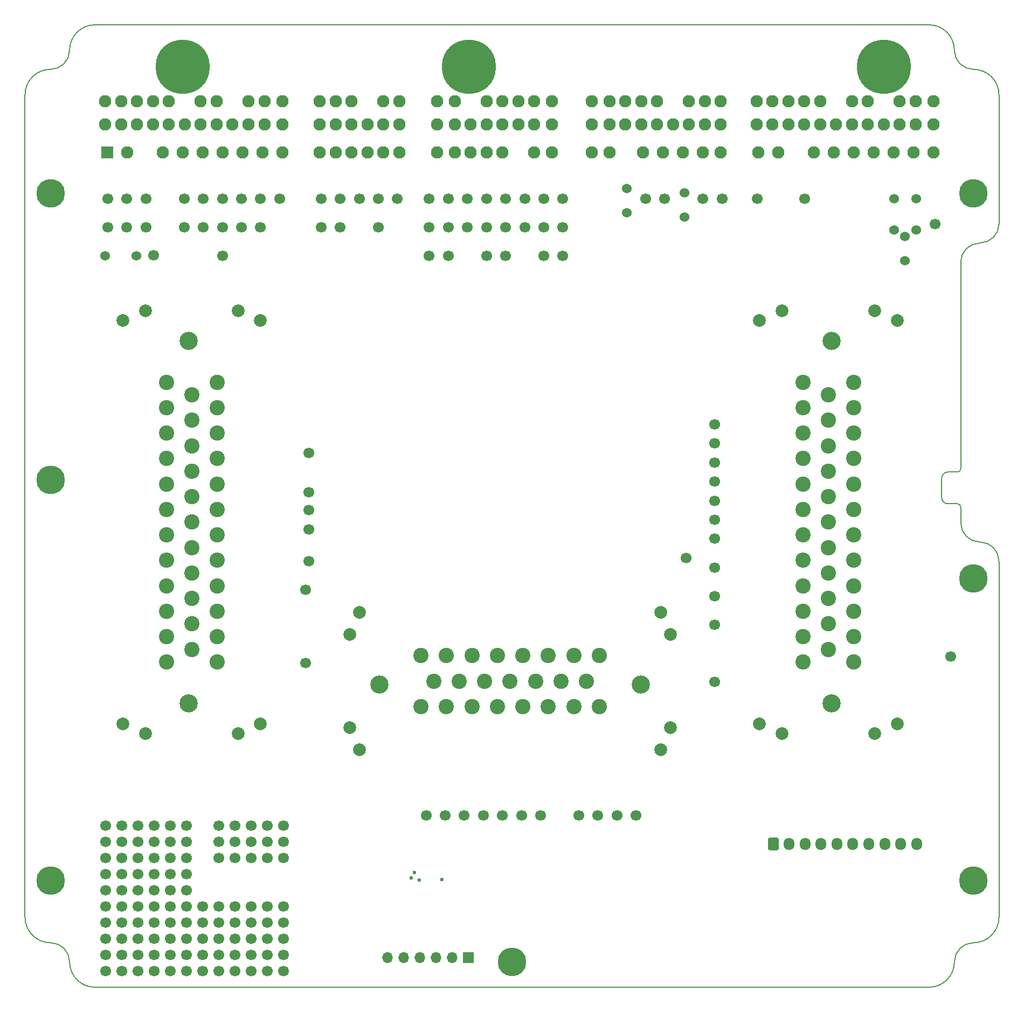
<source format=gbs>
%TF.GenerationSoftware,KiCad,Pcbnew,(5.99.0-12439-g94954386e6)*%
%TF.CreationDate,2021-10-11T21:16:12+03:00*%
%TF.ProjectId,proteus125honda,70726f74-6575-4733-9132-35686f6e6461,rev?*%
%TF.SameCoordinates,Original*%
%TF.FileFunction,Soldermask,Bot*%
%TF.FilePolarity,Negative*%
%FSLAX46Y46*%
G04 Gerber Fmt 4.6, Leading zero omitted, Abs format (unit mm)*
G04 Created by KiCad (PCBNEW (5.99.0-12439-g94954386e6)) date 2021-10-11 21:16:12*
%MOMM*%
%LPD*%
G01*
G04 APERTURE LIST*
G04 Aperture macros list*
%AMRoundRect*
0 Rectangle with rounded corners*
0 $1 Rounding radius*
0 $2 $3 $4 $5 $6 $7 $8 $9 X,Y pos of 4 corners*
0 Add a 4 corners polygon primitive as box body*
4,1,4,$2,$3,$4,$5,$6,$7,$8,$9,$2,$3,0*
0 Add four circle primitives for the rounded corners*
1,1,$1+$1,$2,$3*
1,1,$1+$1,$4,$5*
1,1,$1+$1,$6,$7*
1,1,$1+$1,$8,$9*
0 Add four rect primitives between the rounded corners*
20,1,$1+$1,$2,$3,$4,$5,0*
20,1,$1+$1,$4,$5,$6,$7,0*
20,1,$1+$1,$6,$7,$8,$9,0*
20,1,$1+$1,$8,$9,$2,$3,0*%
G04 Aperture macros list end*
%TA.AperFunction,Profile*%
%ADD10C,0.200000*%
%TD*%
%ADD11C,1.700000*%
%ADD12C,1.524000*%
%ADD13C,0.599999*%
%ADD14C,4.500000*%
%ADD15RoundRect,0.250000X-0.600000X-0.725000X0.600000X-0.725000X0.600000X0.725000X-0.600000X0.725000X0*%
%ADD16O,1.700000X1.950000*%
%ADD17R,1.700000X1.700000*%
%ADD18O,1.700000X1.700000*%
%ADD19C,2.000000*%
%ADD20C,2.850000*%
%ADD21C,2.400000*%
%ADD22C,1.950000*%
%ADD23R,1.950000X1.950000*%
%ADD24C,8.500000*%
G04 APERTURE END LIST*
D10*
X99000001Y-73500001D02*
G75*
G03*
X102000000Y-70500000I-1J3000000D01*
G01*
X248000000Y-97800000D02*
X248000000Y-77500000D01*
X101999996Y-213800002D02*
G75*
G03*
X105999998Y-217800000I4000000J2D01*
G01*
X106000000Y-66500000D02*
X237000000Y-66500000D01*
X244000002Y-210799998D02*
G75*
G03*
X248000000Y-206800000I0J3999998D01*
G01*
X241500000Y-141800000D02*
X240000000Y-141800000D01*
X106000000Y-217800000D02*
X237000000Y-217800000D01*
X239000003Y-140800003D02*
G75*
G03*
X240000000Y-141800000I999997J0D01*
G01*
X98999996Y-210799998D02*
G75*
G02*
X94999998Y-206800000I0J3999998D01*
G01*
X239000000Y-140800000D02*
X239000000Y-137800000D01*
X242000000Y-103800000D02*
G75*
G02*
X245000000Y-100800000I3000000J0D01*
G01*
X244000000Y-210800000D02*
G75*
G03*
X241000000Y-213800000I0J-3000000D01*
G01*
X101999997Y-70499999D02*
G75*
G02*
X106000000Y-66500000I4000001J-2D01*
G01*
X94999998Y-206800000D02*
X95000000Y-77500000D01*
X241000003Y-70499999D02*
G75*
G03*
X237000000Y-66500000I-4000001J-2D01*
G01*
X245000000Y-147800000D02*
G75*
G02*
X248000000Y-150800000I0J-3000000D01*
G01*
X240000000Y-136800000D02*
X241500000Y-136800000D01*
X98999998Y-210800000D02*
G75*
G02*
X101999998Y-213800000I0J-3000000D01*
G01*
X243999999Y-73500001D02*
G75*
G02*
X241000000Y-70500000I1J3000000D01*
G01*
X241500001Y-141799999D02*
G75*
G02*
X242000000Y-142300000I-1J-500000D01*
G01*
X241500001Y-136799999D02*
G75*
G03*
X242000000Y-136300000I0J499999D01*
G01*
X238999997Y-137799997D02*
G75*
G02*
X240000000Y-136800000I1000000J-3D01*
G01*
X242000000Y-136300000D02*
X242000000Y-103800000D01*
X242000000Y-144800000D02*
X242000000Y-142300000D01*
X245000000Y-100800000D02*
G75*
G03*
X248000000Y-97800000I0J3000000D01*
G01*
X241000002Y-213800002D02*
G75*
G02*
X237000000Y-217800000I-4000000J2D01*
G01*
X98999999Y-73500001D02*
G75*
G03*
X95000000Y-77500000I0J-3999999D01*
G01*
X242000000Y-144800000D02*
G75*
G03*
X245000000Y-147800000I3000000J0D01*
G01*
X248000000Y-206800000D02*
X248000000Y-150800000D01*
X244000001Y-73500001D02*
G75*
G02*
X248000000Y-77500000I0J-3999999D01*
G01*
D11*
%TO.C,P69*%
X203349999Y-147300000D03*
%TD*%
%TO.C,P12*%
X167500000Y-93800000D03*
%TD*%
%TO.C,P51*%
X126000000Y-102800000D03*
%TD*%
%TO.C,P86*%
X139549999Y-133800000D03*
%TD*%
%TO.C,P32*%
X147500000Y-93800000D03*
%TD*%
%TO.C,G7*%
X115320000Y-202560000D03*
X115320000Y-200020000D03*
X115320000Y-197480000D03*
X115320000Y-194940000D03*
X115320000Y-192400000D03*
X117860000Y-202560000D03*
X117860000Y-200020000D03*
X117860000Y-197480000D03*
X117860000Y-194940000D03*
X117860000Y-192400000D03*
X120400000Y-202560000D03*
X120400000Y-200020000D03*
X120400000Y-197480000D03*
X120400000Y-194940000D03*
X120400000Y-192400000D03*
%TD*%
%TO.C,P79*%
X176000000Y-190800000D03*
%TD*%
%TO.C,P40*%
X135000000Y-93800000D03*
%TD*%
%TO.C,P80*%
X188000000Y-190800000D03*
%TD*%
%TO.C,P50*%
X132000000Y-98300000D03*
%TD*%
%TO.C,P24*%
X179500000Y-102800000D03*
%TD*%
D12*
%TO.C,F2*%
X231500000Y-93850000D03*
X231500000Y-98750000D03*
%TD*%
D13*
%TO.C,M2*%
X155656662Y-200637498D03*
X156181662Y-199762496D03*
X156931660Y-200937500D03*
X160481661Y-200862497D03*
%TD*%
D11*
%TO.C,P71*%
X203349999Y-156300000D03*
%TD*%
%TO.C,P60*%
X203349999Y-160800000D03*
%TD*%
%TO.C,G2*%
X107700000Y-202560000D03*
X107700000Y-200020000D03*
X107700000Y-197480000D03*
X107700000Y-194940000D03*
X107700000Y-192400000D03*
X110240000Y-202560000D03*
X110240000Y-200020000D03*
X110240000Y-197480000D03*
X110240000Y-194940000D03*
X110240000Y-192400000D03*
X112780000Y-202560000D03*
X112780000Y-200020000D03*
X112780000Y-197480000D03*
X112780000Y-194940000D03*
X112780000Y-192400000D03*
%TD*%
%TO.C,P83*%
X173000000Y-190800000D03*
%TD*%
%TO.C,G5*%
X135640000Y-197480000D03*
X133100000Y-197480000D03*
X130560000Y-197480000D03*
X128020000Y-197480000D03*
X125480000Y-197480000D03*
X135640000Y-194940000D03*
X133100000Y-194940000D03*
X130560000Y-194940000D03*
X128020000Y-194940000D03*
X125480000Y-194940000D03*
X135640000Y-192400000D03*
X133100000Y-192400000D03*
X130560000Y-192400000D03*
X128020000Y-192400000D03*
X125480000Y-192400000D03*
%TD*%
%TO.C,P16*%
X179500000Y-98300000D03*
%TD*%
%TO.C,P11*%
X170500000Y-93800000D03*
%TD*%
%TO.C,P65*%
X203349999Y-135300000D03*
%TD*%
%TO.C,P19*%
X170500000Y-98300000D03*
%TD*%
%TO.C,P78*%
X185000000Y-190800000D03*
%TD*%
D14*
%TO.C,J9*%
X99050000Y-93000000D03*
%TD*%
D11*
%TO.C,P66*%
X203349999Y-138300000D03*
%TD*%
%TO.C,P21*%
X164500000Y-98300000D03*
%TD*%
%TO.C,P1*%
X238000000Y-97800000D03*
%TD*%
%TO.C,P82*%
X182000000Y-190800000D03*
%TD*%
%TO.C,P38*%
X141500000Y-98300000D03*
%TD*%
%TO.C,P94*%
X139049999Y-155300000D03*
%TD*%
D12*
%TO.C,F1*%
X235000000Y-93850000D03*
X235000000Y-98750000D03*
%TD*%
D11*
%TO.C,P73*%
X158000000Y-190800000D03*
%TD*%
D12*
%TO.C,R2*%
X198600000Y-92895000D03*
X198600000Y-96705000D03*
%TD*%
D11*
%TO.C,P81*%
X191000000Y-190800000D03*
%TD*%
%TO.C,P29*%
X161500000Y-102800000D03*
%TD*%
D15*
%TO.C,J4*%
X212550000Y-195250000D03*
D16*
X215050000Y-195250000D03*
X217550000Y-195250000D03*
X220050000Y-195250000D03*
X222550000Y-195250000D03*
X225050000Y-195250000D03*
X227550000Y-195250000D03*
X230050000Y-195250000D03*
X232550000Y-195250000D03*
X235050000Y-195250000D03*
%TD*%
D14*
%TO.C,J13*%
X99050000Y-201000000D03*
%TD*%
D11*
%TO.C,P9*%
X179500000Y-93800000D03*
%TD*%
%TO.C,P53*%
X120000000Y-98300000D03*
%TD*%
%TO.C,P27*%
X170500000Y-102800000D03*
%TD*%
%TO.C,P37*%
X144500000Y-98300000D03*
%TD*%
%TO.C,P43*%
X129000000Y-98300000D03*
%TD*%
D14*
%TO.C,J10*%
X171500000Y-213850000D03*
%TD*%
D11*
%TO.C,P44*%
X126000000Y-93800000D03*
%TD*%
D14*
%TO.C,J8*%
X243950000Y-153500000D03*
%TD*%
D11*
%TO.C,P3*%
X210000000Y-93800000D03*
%TD*%
D17*
%TO.C,J3*%
X164660000Y-213100000D03*
D18*
X162120000Y-213100000D03*
X159580000Y-213100000D03*
X157040000Y-213100000D03*
X154500000Y-213100000D03*
X151960000Y-213100000D03*
%TD*%
D11*
%TO.C,P92*%
X111000000Y-93800000D03*
%TD*%
%TO.C,P89*%
X192500000Y-93800000D03*
%TD*%
%TO.C,P8*%
X195500000Y-93800000D03*
%TD*%
D12*
%TO.C,R4*%
X233200000Y-99795000D03*
X233200000Y-103605000D03*
%TD*%
D11*
%TO.C,P74*%
X167000000Y-190800000D03*
%TD*%
%TO.C,P42*%
X129000000Y-93800000D03*
%TD*%
%TO.C,P6*%
X204500000Y-93800000D03*
%TD*%
%TO.C,P31*%
X150500000Y-93800000D03*
%TD*%
%TO.C,P67*%
X203349999Y-141300000D03*
%TD*%
%TO.C,P57*%
X203300000Y-129300000D03*
%TD*%
%TO.C,P35*%
X153500000Y-93800000D03*
%TD*%
%TO.C,P13*%
X164500000Y-93800000D03*
%TD*%
%TO.C,P46*%
X120000000Y-93800000D03*
%TD*%
%TO.C,P10*%
X176500000Y-93800000D03*
%TD*%
%TO.C,P72*%
X203349999Y-169800000D03*
%TD*%
%TO.C,P15*%
X158500000Y-93800000D03*
%TD*%
%TO.C,P61*%
X203349999Y-151800000D03*
%TD*%
%TO.C,P95*%
X139549999Y-150800000D03*
%TD*%
%TO.C,P26*%
X173500000Y-98300000D03*
%TD*%
%TO.C,P36*%
X150500000Y-98300000D03*
%TD*%
%TO.C,G1*%
X122940001Y-215260000D03*
X122940001Y-212720000D03*
X122940001Y-210180000D03*
X122940001Y-207640000D03*
X122940001Y-205100000D03*
X125480001Y-215260000D03*
X125480001Y-212720000D03*
X125480001Y-210180000D03*
X125480001Y-207640000D03*
X125480001Y-205100000D03*
X128020001Y-215260000D03*
X128020001Y-212720000D03*
X128020001Y-210180000D03*
X128020001Y-207640000D03*
X128020001Y-205100000D03*
%TD*%
%TO.C,P49*%
X108000000Y-93800000D03*
%TD*%
%TO.C,P96*%
X139049999Y-166800000D03*
%TD*%
%TO.C,G8*%
X107700000Y-215260000D03*
X107700000Y-212720000D03*
X107700000Y-210180000D03*
X107700000Y-207640000D03*
X107700000Y-205100000D03*
X110240000Y-215260000D03*
X110240000Y-212720000D03*
X110240000Y-210180000D03*
X110240000Y-207640000D03*
X110240000Y-205100000D03*
X112780000Y-215260000D03*
X112780000Y-212720000D03*
X112780000Y-210180000D03*
X112780000Y-207640000D03*
X112780000Y-205100000D03*
%TD*%
%TO.C,P18*%
X173500000Y-93800000D03*
%TD*%
%TO.C,P30*%
X158500000Y-102800000D03*
%TD*%
%TO.C,P88*%
X139549999Y-139950000D03*
%TD*%
%TO.C,G4*%
X115320000Y-215259999D03*
X115320000Y-212719999D03*
X115320000Y-210179999D03*
X115320000Y-207639999D03*
X115320000Y-205099999D03*
X117860000Y-215259999D03*
X117860000Y-212719999D03*
X117860000Y-210179999D03*
X117860000Y-207639999D03*
X117860000Y-205099999D03*
X120400000Y-215259999D03*
X120400000Y-212719999D03*
X120400000Y-210179999D03*
X120400000Y-207639999D03*
X120400000Y-205099999D03*
%TD*%
%TO.C,P17*%
X176500000Y-98300000D03*
%TD*%
%TO.C,P75*%
X170000000Y-190800000D03*
%TD*%
%TO.C,P45*%
X123000000Y-93800000D03*
%TD*%
%TO.C,P14*%
X161500000Y-93800000D03*
%TD*%
D14*
%TO.C,J11*%
X243950000Y-93000000D03*
%TD*%
D12*
%TO.C,R3*%
X189500000Y-92195000D03*
X189500000Y-96005000D03*
%TD*%
D11*
%TO.C,P76*%
X161000000Y-190800000D03*
%TD*%
%TO.C,P90*%
X108000000Y-98300000D03*
%TD*%
%TO.C,P91*%
X126000000Y-98300000D03*
%TD*%
%TO.C,P58*%
X240400000Y-165800000D03*
%TD*%
%TO.C,P20*%
X167500000Y-98300000D03*
%TD*%
D14*
%TO.C,J7*%
X99050000Y-138000000D03*
%TD*%
D19*
%TO.C,BRD1*%
X128500000Y-177875000D03*
X210400000Y-112975000D03*
D20*
X150700000Y-170175000D03*
D19*
X232000000Y-176375000D03*
X194900000Y-158875000D03*
D20*
X120700000Y-173175000D03*
X221700000Y-116175000D03*
D19*
X228500000Y-111475000D03*
X146000000Y-176975000D03*
X194900000Y-180475000D03*
X232000000Y-112975000D03*
X213900000Y-177875000D03*
X110400000Y-112975000D03*
X147500000Y-158875000D03*
X146000000Y-162375000D03*
D20*
X120700000Y-116175000D03*
D19*
X132000000Y-176375000D03*
D20*
X221700000Y-173175000D03*
X191700000Y-170175000D03*
D19*
X196400000Y-176975000D03*
X128500000Y-111475000D03*
X213900000Y-111475000D03*
X113900000Y-177875000D03*
X110400000Y-176375000D03*
X113900000Y-111475000D03*
X210400000Y-176375000D03*
X228500000Y-177875000D03*
X147500000Y-180475000D03*
X132000000Y-112975000D03*
X196400000Y-162375000D03*
D21*
X225200000Y-166675000D03*
X225200000Y-162675000D03*
X225200000Y-158675000D03*
X225200000Y-154675000D03*
X225200000Y-150675000D03*
X225200000Y-146675000D03*
X225200000Y-142675000D03*
X225200000Y-138675000D03*
X225200000Y-134675000D03*
X225200000Y-130675000D03*
X225200000Y-126675000D03*
X225200000Y-122675000D03*
X221200000Y-164675000D03*
X221200000Y-160675000D03*
X221200000Y-156675000D03*
X221200000Y-152675000D03*
X221200000Y-148675000D03*
X221200000Y-144675000D03*
X221200000Y-140675000D03*
X221200000Y-136675000D03*
X221200000Y-132675000D03*
X221200000Y-128675000D03*
X221200000Y-124675000D03*
X217200000Y-166675000D03*
X217200000Y-162675000D03*
X217200000Y-158675000D03*
X217200000Y-154675000D03*
X217200000Y-150675000D03*
X217200000Y-146675000D03*
X217200000Y-142675000D03*
X217200000Y-138675000D03*
X217200000Y-134675000D03*
X217200000Y-130675000D03*
X217200000Y-126675000D03*
X217200000Y-122675000D03*
X157200000Y-173675000D03*
X161200000Y-173675000D03*
X165200000Y-173675000D03*
X169200000Y-173675000D03*
X173200000Y-173675000D03*
X177200000Y-173675000D03*
X181200000Y-173675000D03*
X185200000Y-173675000D03*
X159200000Y-169675000D03*
X163200000Y-169675000D03*
X167200000Y-169675000D03*
X171200000Y-169675000D03*
X175200000Y-169675000D03*
X179200000Y-169675000D03*
X183200000Y-169675000D03*
X157200000Y-165675000D03*
X161200000Y-165675000D03*
X165200000Y-165675000D03*
X169200000Y-165675000D03*
X173200000Y-165675000D03*
X177200000Y-165675000D03*
X181200000Y-165675000D03*
X185200000Y-165675000D03*
X117200000Y-122675000D03*
X117200000Y-126675000D03*
X117200000Y-130675000D03*
X117200000Y-134675000D03*
X117200000Y-138675000D03*
X117200000Y-142675000D03*
X117200000Y-146675000D03*
X117200000Y-150675000D03*
X117200000Y-154675000D03*
X117200000Y-158675000D03*
X117200000Y-162675000D03*
X117200000Y-166675000D03*
X121200000Y-124675000D03*
X121200000Y-128675000D03*
X121200000Y-132675000D03*
X121200000Y-136675000D03*
X121200000Y-140675000D03*
X121200000Y-144675000D03*
X121200000Y-148675000D03*
X121200000Y-152675000D03*
X121200000Y-156675000D03*
X121200000Y-160675000D03*
X121200000Y-164675000D03*
X125200000Y-122675000D03*
X125200000Y-126675000D03*
X125200000Y-130675000D03*
X125200000Y-134675000D03*
X125200000Y-138675000D03*
X125200000Y-142675000D03*
X125200000Y-146675000D03*
X125200000Y-150675000D03*
X125200000Y-154675000D03*
X125200000Y-158675000D03*
X125200000Y-162675000D03*
X125200000Y-166675000D03*
%TD*%
D11*
%TO.C,P87*%
X139549999Y-142800000D03*
%TD*%
%TO.C,P7*%
X201500000Y-93800000D03*
%TD*%
%TO.C,P55*%
X115200000Y-102700000D03*
%TD*%
%TO.C,P77*%
X164000000Y-190800000D03*
%TD*%
%TO.C,P52*%
X123000000Y-98300000D03*
%TD*%
%TO.C,P25*%
X176500000Y-102800000D03*
%TD*%
%TO.C,P93*%
X139549999Y-145800000D03*
%TD*%
%TO.C,P70*%
X198849999Y-150300000D03*
%TD*%
%TO.C,P22*%
X161500000Y-98300000D03*
%TD*%
%TO.C,P2*%
X217500000Y-93800000D03*
%TD*%
D12*
%TO.C,F3*%
X107550000Y-102800000D03*
X112450000Y-102800000D03*
%TD*%
D11*
%TO.C,P34*%
X141500000Y-93800000D03*
%TD*%
%TO.C,P28*%
X167500000Y-102800000D03*
%TD*%
%TO.C,P41*%
X132000000Y-93800000D03*
%TD*%
D14*
%TO.C,J12*%
X243950000Y-201000000D03*
%TD*%
D22*
%TO.C,J1*%
X237700000Y-86550000D03*
X234570000Y-86550000D03*
X231440000Y-86550000D03*
X228310000Y-86550000D03*
X225180000Y-86550000D03*
X222050000Y-86550000D03*
X218920000Y-86550000D03*
X213330000Y-86550000D03*
X210200000Y-86550000D03*
X237700000Y-82150000D03*
X234900000Y-82150000D03*
X232400000Y-82150000D03*
X229900000Y-82150000D03*
X227400000Y-82150000D03*
X224900000Y-82150000D03*
X222400000Y-82150000D03*
X219900000Y-82150000D03*
X217400000Y-82150000D03*
X214900000Y-82150000D03*
X212400000Y-82150000D03*
X209900000Y-82150000D03*
X237700000Y-78550000D03*
X234900000Y-78550000D03*
X232400000Y-78550000D03*
X227400000Y-78550000D03*
X224900000Y-78550000D03*
X219900000Y-78550000D03*
X217400000Y-78550000D03*
X214900000Y-78550000D03*
X212400000Y-78550000D03*
X209900000Y-78550000D03*
X204300000Y-86550000D03*
X201500000Y-86550000D03*
X198370000Y-86550000D03*
X195240000Y-86550000D03*
X192110000Y-86550000D03*
X186800000Y-86550000D03*
X184000000Y-86550000D03*
X204300000Y-82150000D03*
X201800000Y-82150000D03*
X199300000Y-82150000D03*
X196800000Y-82150000D03*
X194300000Y-82150000D03*
X191800000Y-82150000D03*
X189300000Y-82150000D03*
X186800000Y-82150000D03*
X184000000Y-82150000D03*
X204300000Y-78550000D03*
X201800000Y-78550000D03*
X199300000Y-78550000D03*
X194300000Y-78550000D03*
X191800000Y-78550000D03*
X189300000Y-78550000D03*
X186800000Y-78550000D03*
X184000000Y-78550000D03*
X177800000Y-86550000D03*
X175000000Y-86550000D03*
X170000000Y-86550000D03*
X167500000Y-86550000D03*
X165000000Y-86550000D03*
X162500000Y-86550000D03*
X159700000Y-86550000D03*
X177800000Y-82150000D03*
X175000000Y-82150000D03*
X172500000Y-82150000D03*
X170000000Y-82150000D03*
X167500000Y-82150000D03*
X165000000Y-82150000D03*
X162500000Y-82150000D03*
X159700000Y-82150000D03*
X177800000Y-78550000D03*
X175000000Y-78550000D03*
X172500000Y-78550000D03*
X170000000Y-78550000D03*
X167500000Y-78550000D03*
X162500000Y-78550000D03*
X159700000Y-78550000D03*
X153800000Y-86550000D03*
X151300000Y-86550000D03*
X148800000Y-86550000D03*
X146300000Y-86550000D03*
X143800000Y-86550000D03*
X141300000Y-86550000D03*
X153800000Y-82150000D03*
X151300000Y-82150000D03*
X148800000Y-82150000D03*
X146300000Y-82150000D03*
X143800000Y-82150000D03*
X141300000Y-82150000D03*
X153800000Y-78550000D03*
X151300000Y-78550000D03*
X146300000Y-78550000D03*
X143800000Y-78550000D03*
X141300000Y-78550000D03*
X135400000Y-86550000D03*
X132270000Y-86550000D03*
X129140000Y-86550000D03*
X126010000Y-86550000D03*
X122880000Y-86550000D03*
X119750000Y-86550000D03*
X116620000Y-86550000D03*
X111030000Y-86550000D03*
D23*
X107900000Y-86550000D03*
D22*
X135400000Y-82150000D03*
X132600000Y-82150000D03*
X130100000Y-82150000D03*
X127600000Y-82150000D03*
X125100000Y-82150000D03*
X122600000Y-82150000D03*
X120100000Y-82150000D03*
X117600000Y-82150000D03*
X115100000Y-82150000D03*
X112600000Y-82150000D03*
X110100000Y-82150000D03*
X107600000Y-82150000D03*
X135400000Y-78550000D03*
X132600000Y-78550000D03*
X130100000Y-78550000D03*
X125100000Y-78550000D03*
X122600000Y-78550000D03*
X117600000Y-78550000D03*
X115100000Y-78550000D03*
X112600000Y-78550000D03*
X110100000Y-78550000D03*
X107600000Y-78550000D03*
D24*
X119800000Y-73100000D03*
X164700000Y-73100000D03*
X229900000Y-73100000D03*
%TD*%
D11*
%TO.C,P68*%
X203349999Y-144300000D03*
%TD*%
%TO.C,P54*%
X114000000Y-98300000D03*
%TD*%
%TO.C,G3*%
X130560000Y-215259999D03*
X130560000Y-212719999D03*
X130560000Y-210179999D03*
X130560000Y-207639999D03*
X130560000Y-205099999D03*
X133100000Y-215259999D03*
X133100000Y-212719999D03*
X133100000Y-210179999D03*
X133100000Y-207639999D03*
X133100000Y-205099999D03*
X135640000Y-215259999D03*
X135640000Y-212719999D03*
X135640000Y-210179999D03*
X135640000Y-207639999D03*
X135640000Y-205099999D03*
%TD*%
%TO.C,P48*%
X111000000Y-98300000D03*
%TD*%
%TO.C,P56*%
X203300000Y-132300000D03*
%TD*%
%TO.C,P23*%
X158500000Y-98300000D03*
%TD*%
%TO.C,P33*%
X144500000Y-93800000D03*
%TD*%
%TO.C,P47*%
X114000000Y-93800000D03*
%TD*%
M02*

</source>
